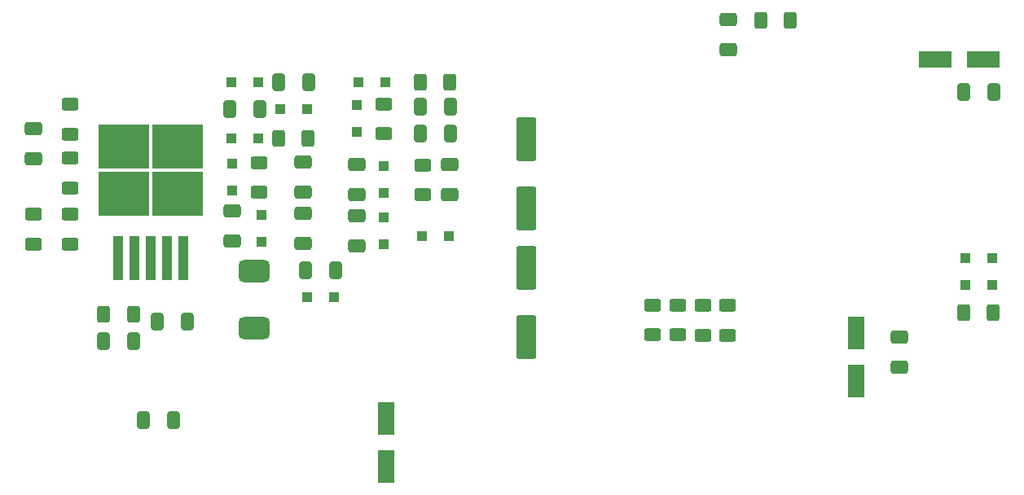
<source format=gbr>
%TF.GenerationSoftware,KiCad,Pcbnew,6.0.4-6f826c9f35~116~ubuntu21.10.1*%
%TF.CreationDate,2022-05-06T18:09:40-07:00*%
%TF.ProjectId,HV_Amplifier,48565f41-6d70-46c6-9966-6965722e6b69,rev?*%
%TF.SameCoordinates,Original*%
%TF.FileFunction,Paste,Top*%
%TF.FilePolarity,Positive*%
%FSLAX46Y46*%
G04 Gerber Fmt 4.6, Leading zero omitted, Abs format (unit mm)*
G04 Created by KiCad (PCBNEW 6.0.4-6f826c9f35~116~ubuntu21.10.1) date 2022-05-06 18:09:40*
%MOMM*%
%LPD*%
G01*
G04 APERTURE LIST*
G04 Aperture macros list*
%AMRoundRect*
0 Rectangle with rounded corners*
0 $1 Rounding radius*
0 $2 $3 $4 $5 $6 $7 $8 $9 X,Y pos of 4 corners*
0 Add a 4 corners polygon primitive as box body*
4,1,4,$2,$3,$4,$5,$6,$7,$8,$9,$2,$3,0*
0 Add four circle primitives for the rounded corners*
1,1,$1+$1,$2,$3*
1,1,$1+$1,$4,$5*
1,1,$1+$1,$6,$7*
1,1,$1+$1,$8,$9*
0 Add four rect primitives between the rounded corners*
20,1,$1+$1,$2,$3,$4,$5,0*
20,1,$1+$1,$4,$5,$6,$7,0*
20,1,$1+$1,$6,$7,$8,$9,0*
20,1,$1+$1,$8,$9,$2,$3,0*%
G04 Aperture macros list end*
%ADD10R,5.250000X4.550000*%
%ADD11R,1.100000X4.600000*%
%ADD12RoundRect,0.250001X0.799999X-1.999999X0.799999X1.999999X-0.799999X1.999999X-0.799999X-1.999999X0*%
%ADD13RoundRect,0.250001X-0.799999X1.999999X-0.799999X-1.999999X0.799999X-1.999999X0.799999X1.999999X0*%
%ADD14RoundRect,0.250000X0.412500X0.650000X-0.412500X0.650000X-0.412500X-0.650000X0.412500X-0.650000X0*%
%ADD15R,1.800000X3.500000*%
%ADD16R,1.100000X1.100000*%
%ADD17RoundRect,0.250000X-0.650000X0.412500X-0.650000X-0.412500X0.650000X-0.412500X0.650000X0.412500X0*%
%ADD18RoundRect,0.250000X0.625000X-0.400000X0.625000X0.400000X-0.625000X0.400000X-0.625000X-0.400000X0*%
%ADD19RoundRect,0.250000X0.650000X-0.412500X0.650000X0.412500X-0.650000X0.412500X-0.650000X-0.412500X0*%
%ADD20R,3.500000X1.800000*%
%ADD21RoundRect,0.250000X-0.625000X0.400000X-0.625000X-0.400000X0.625000X-0.400000X0.625000X0.400000X0*%
%ADD22RoundRect,0.250000X-0.400000X-0.625000X0.400000X-0.625000X0.400000X0.625000X-0.400000X0.625000X0*%
%ADD23RoundRect,0.250000X-0.412500X-0.650000X0.412500X-0.650000X0.412500X0.650000X-0.412500X0.650000X0*%
%ADD24RoundRect,0.250000X0.400000X0.625000X-0.400000X0.625000X-0.400000X-0.625000X0.400000X-0.625000X0*%
%ADD25RoundRect,0.575000X1.075000X-0.575000X1.075000X0.575000X-1.075000X0.575000X-1.075000X-0.575000X0*%
G04 APERTURE END LIST*
D10*
%TO.C,U2*%
X146195000Y-70160000D03*
X146195000Y-75010000D03*
X151745000Y-70160000D03*
X151745000Y-75010000D03*
D11*
X145570000Y-81735000D03*
X147270000Y-81735000D03*
X148970000Y-81735000D03*
X150670000Y-81735000D03*
X152370000Y-81735000D03*
%TD*%
D12*
%TO.C,C20*%
X188000000Y-76600000D03*
X188000000Y-69400000D03*
%TD*%
D13*
%TO.C,C19*%
X188000000Y-82740000D03*
X188000000Y-89940000D03*
%TD*%
D14*
%TO.C,C12*%
X180108500Y-68778000D03*
X176983500Y-68778000D03*
%TD*%
D15*
%TO.C,D16*%
X173440000Y-103400000D03*
X173440000Y-98400000D03*
%TD*%
D16*
%TO.C,D1*%
X233677500Y-84560000D03*
X236477500Y-84560000D03*
%TD*%
D17*
%TO.C,C7*%
X157464000Y-76867500D03*
X157464000Y-79992500D03*
%TD*%
D18*
%TO.C,R12*%
X177276000Y-75154000D03*
X177276000Y-72054000D03*
%TD*%
D19*
%TO.C,C14*%
X170418000Y-75166500D03*
X170418000Y-72041500D03*
%TD*%
D20*
%TO.C,D4*%
X235520000Y-61060000D03*
X230520000Y-61060000D03*
%TD*%
D18*
%TO.C,R11*%
X136758000Y-80270000D03*
X136758000Y-77170000D03*
%TD*%
D21*
%TO.C,R13*%
X160258000Y-71800000D03*
X160258000Y-74900000D03*
%TD*%
%TO.C,R5*%
X203756000Y-86636000D03*
X203756000Y-89736000D03*
%TD*%
D22*
%TO.C,R3*%
X144098000Y-87610000D03*
X147198000Y-87610000D03*
%TD*%
D16*
%TO.C,D13*%
X157334000Y-63444000D03*
X160134000Y-63444000D03*
%TD*%
D23*
%TO.C,C17*%
X149673500Y-88372000D03*
X152798500Y-88372000D03*
%TD*%
D24*
%TO.C,R14*%
X165364000Y-69286000D03*
X162264000Y-69286000D03*
%TD*%
D16*
%TO.C,D6*%
X160512000Y-77284000D03*
X160512000Y-80084000D03*
%TD*%
D21*
%TO.C,R6*%
X208910000Y-86670000D03*
X208910000Y-89770000D03*
%TD*%
D18*
%TO.C,R4*%
X206360000Y-89760000D03*
X206360000Y-86660000D03*
%TD*%
D16*
%TO.C,D8*%
X173212000Y-77538000D03*
X173212000Y-80338000D03*
%TD*%
%TO.C,D14*%
X170418000Y-68654000D03*
X170418000Y-65854000D03*
%TD*%
D22*
%TO.C,R2*%
X233470000Y-87370000D03*
X236570000Y-87370000D03*
%TD*%
D14*
%TO.C,C15*%
X165376500Y-63444000D03*
X162251500Y-63444000D03*
%TD*%
D18*
%TO.C,R8*%
X140568000Y-80270000D03*
X140568000Y-77170000D03*
%TD*%
D16*
%TO.C,D10*%
X160134000Y-69286000D03*
X157334000Y-69286000D03*
%TD*%
%TO.C,D5*%
X165208000Y-85796000D03*
X168008000Y-85796000D03*
%TD*%
D14*
%TO.C,C2*%
X147210500Y-90404000D03*
X144085500Y-90404000D03*
%TD*%
D19*
%TO.C,C5*%
X136758000Y-71392500D03*
X136758000Y-68267500D03*
%TD*%
%TO.C,C8*%
X164830000Y-80246500D03*
X164830000Y-77121500D03*
%TD*%
D22*
%TO.C,R1*%
X212370000Y-56980000D03*
X215470000Y-56980000D03*
%TD*%
D14*
%TO.C,C13*%
X160296500Y-66238000D03*
X157171500Y-66238000D03*
%TD*%
D23*
%TO.C,C16*%
X176983500Y-65984000D03*
X180108500Y-65984000D03*
%TD*%
D16*
%TO.C,D15*%
X170542000Y-63444000D03*
X173342000Y-63444000D03*
%TD*%
D15*
%TO.C,D3*%
X222340000Y-89490000D03*
X222340000Y-94490000D03*
%TD*%
D17*
%TO.C,C3*%
X226760000Y-89937500D03*
X226760000Y-93062500D03*
%TD*%
D18*
%TO.C,R10*%
X140568000Y-74428000D03*
X140568000Y-71328000D03*
%TD*%
D16*
%TO.C,D12*%
X162414000Y-66238000D03*
X165214000Y-66238000D03*
%TD*%
%TO.C,D2*%
X236477500Y-81766000D03*
X233677500Y-81766000D03*
%TD*%
D18*
%TO.C,R15*%
X173212000Y-68804000D03*
X173212000Y-65704000D03*
%TD*%
D23*
%TO.C,C18*%
X148237500Y-98580000D03*
X151362500Y-98580000D03*
%TD*%
D19*
%TO.C,C10*%
X170418000Y-80500500D03*
X170418000Y-77375500D03*
%TD*%
D23*
%TO.C,C6*%
X165045500Y-83002000D03*
X168170500Y-83002000D03*
%TD*%
%TO.C,C4*%
X233467500Y-64450000D03*
X236592500Y-64450000D03*
%TD*%
D16*
%TO.C,D9*%
X157464000Y-74750000D03*
X157464000Y-71950000D03*
%TD*%
D19*
%TO.C,C11*%
X164830000Y-74912500D03*
X164830000Y-71787500D03*
%TD*%
D25*
%TO.C,L1*%
X159750000Y-89000000D03*
X159750000Y-83100000D03*
%TD*%
D19*
%TO.C,C9*%
X180070000Y-75166500D03*
X180070000Y-72041500D03*
%TD*%
D22*
%TO.C,R16*%
X176996000Y-63444000D03*
X180096000Y-63444000D03*
%TD*%
D18*
%TO.C,R9*%
X140568000Y-68840000D03*
X140568000Y-65740000D03*
%TD*%
D16*
%TO.C,D7*%
X177146000Y-79446000D03*
X179946000Y-79446000D03*
%TD*%
D17*
%TO.C,C1*%
X208990000Y-56957500D03*
X208990000Y-60082500D03*
%TD*%
D16*
%TO.C,D11*%
X173212000Y-75004000D03*
X173212000Y-72204000D03*
%TD*%
D18*
%TO.C,R7*%
X201110000Y-89730000D03*
X201110000Y-86630000D03*
%TD*%
M02*

</source>
